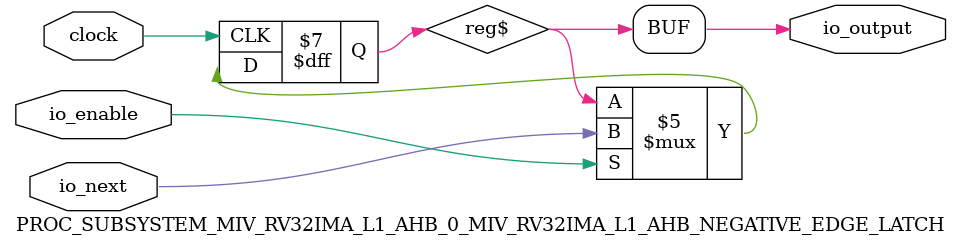
<source format=v>
`define RANDOMIZE
`timescale 1ns/10ps
module PROC_SUBSYSTEM_MIV_RV32IMA_L1_AHB_0_MIV_RV32IMA_L1_AHB_NEGATIVE_EDGE_LATCH(
  input   clock,
  input   io_next,
  input   io_enable,
  output  io_output
);
  reg  reg$;
  reg [31:0] _RAND_0;
  wire  _GEN_0;
  assign io_output = reg$;
  assign _GEN_0 = io_enable ? io_next : reg$;
`ifdef RANDOMIZE
  integer initvar;
  initial begin
    `ifndef verilator
      #0.002 begin end
    `endif
  `ifdef RANDOMIZE_REG_INIT
  _RAND_0 = {1{$random}};
  reg$ = _RAND_0[0:0];
  `endif // RANDOMIZE_REG_INIT
  end
`endif // RANDOMIZE
  always @(posedge clock) begin
    if (io_enable) begin
      reg$ <= io_next;
    end
  end
endmodule

</source>
